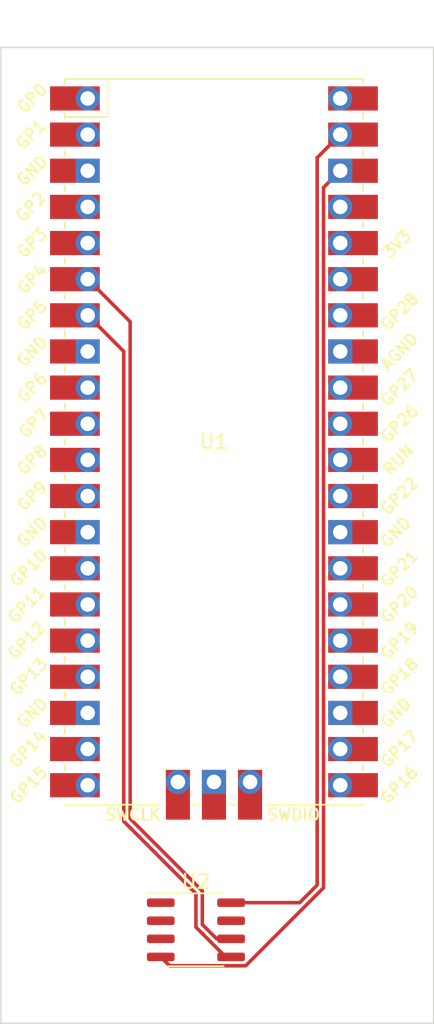
<source format=kicad_pcb>
(kicad_pcb (version 20221018) (generator pcbnew)
  (layers (0 "F.Cu" signal) (31 "B.Cu" signal) (34 "B.Paste" user) (35 "F.Paste" user) (36 "B.SilkS" user "B.Silkscreen") (37 "F.SilkS" user "F.Silkscreen") (38 "B.Mask" user) (39 "F.Mask" user) (44 "Edge.Cuts" user))
  (net 0 "")
  (net 6 "Net-(U1-GPIO4)")
  (net 7 "Net-(U1-GPIO5)")
  (net 38 "Net-(U2-VSS)")
  (net 39 "Net-(U1-VSYS)")
  (net 44 "Earth")
  (footprint "Package_SO:SOIC-8_3.9x4.9mm_P1.27mm" (layer "F.Cu") (at 41.685 79.785)
    (fp_text reference "U2" (at 0 -3.4) (layer "F.SilkS"))
    (fp_text value "24C64 I2C EEPROM")
    (fp_line (start 0 -2.56) (end -3.45 -2.56) (stroke (width 0.12)) (layer "F.SilkS"))
    (fp_line (start 0 -2.56) (end 1.95 -2.56) (stroke (width 0.12)) (layer "F.SilkS"))
    (fp_line (start 0 2.56) (end -1.95 2.56) (stroke (width 0.12)) (layer "F.SilkS"))
    (fp_line (start 0 2.56) (end 1.95 2.56) (stroke (width 0.12)) (layer "F.SilkS"))
    (pad "1" smd roundrect (at -2.475 -1.905) (size 1.95 0.6) (layers "F.Cu" "F.Paste" "F.Mask") (net 44 "Earth"))
    (pad "2" smd roundrect (at -2.475 -0.635) (size 1.95 0.6) (layers "F.Cu" "F.Paste" "F.Mask") (net 44 "Earth"))
    (pad "3" smd roundrect (at -2.475 0.635) (size 1.95 0.6) (layers "F.Cu" "F.Paste" "F.Mask") (net 44 "Earth"))
    (pad "4" smd roundrect (at -2.475 1.905) (size 1.95 0.6) (layers "F.Cu" "F.Paste" "F.Mask") (net 38 "Net-(U2-VSS)"))
    (pad "5" smd roundrect (at 2.475 1.905) (size 1.95 0.6) (layers "F.Cu" "F.Paste" "F.Mask") (net 7 "Net-(U1-GPIO5)"))
    (pad "6" smd roundrect (at 2.475 0.635) (size 1.95 0.6) (layers "F.Cu" "F.Paste" "F.Mask") (net 6 "Net-(U1-GPIO4)"))
    (pad "7" smd roundrect (at 2.475 -0.635) (size 1.95 0.6) (layers "F.Cu" "F.Paste" "F.Mask"))
    (pad "8" smd roundrect (at 2.475 -1.905) (size 1.95 0.6) (layers "F.Cu" "F.Paste" "F.Mask") (net 39 "Net-(U1-VSYS)"))
  )
  (footprint "RPi_Pico:RPi_Pico_SMD_TH" (layer "F.Cu") (at 42.955 45.495)
    (fp_text reference "U1" (at 0 0) (layer "F.SilkS"))
    (fp_text value "PicoW")
    (fp_text user "GP15" (at -13.054 24.13 45) (layer "F.SilkS") (effects (font (size 0.8 0.8))))
    (fp_text user "GP0" (at -12.8 -24.13 45) (layer "F.SilkS") (effects (font (size 0.8 0.8))))
    (fp_text user "GND" (at 12.8 6.35 45) (layer "F.SilkS") (effects (font (size 0.8 0.8))))
    (fp_text user "GP19" (at 13.054 13.97 45) (layer "F.SilkS") (effects (font (size 0.8 0.8))))
    (fp_text user "GND" (at -12.8 6.35 45) (layer "F.SilkS") (effects (font (size 0.8 0.8))))
    (fp_text user "GP3" (at -12.8 -13.97 45) (layer "F.SilkS") (effects (font (size 0.8 0.8))))
    (fp_text user "SWDIO" (at 5.6 26.2) (layer "F.SilkS") (effects (font (size 0.8 0.8))))
    (fp_text user "GP4" (at -12.8 -11.43 45) (layer "F.SilkS") (effects (font (size 0.8 0.8))))
    (fp_text user "GP20" (at 13.054 11.43 45) (layer "F.SilkS") (effects (font (size 0.8 0.8))))
    (fp_text user "AGND" (at 13.054 -6.35 45) (layer "F.SilkS") (effects (font (size 0.8 0.8))))
    (fp_text user "GND" (at -12.8 -19.05 45) (layer "F.SilkS") (effects (font (size 0.8 0.8))))
    (fp_text user "3V3" (at 12.9 -13.9 45) (layer "F.SilkS") (effects (font (size 0.8 0.8))))
    (fp_text user "GND" (at -12.8 19.05 45) (layer "F.SilkS") (effects (font (size 0.8 0.8))))
    (fp_text user "GP5" (at -12.8 -8.89 45) (layer "F.SilkS") (effects (font (size 0.8 0.8))))
    (fp_text user "GP13" (at -13.054 16.51 45) (layer "F.SilkS") (effects (font (size 0.8 0.8))))
    (fp_text user "GP6" (at -12.8 -3.81 45) (layer "F.SilkS") (effects (font (size 0.8 0.8))))
    (fp_text user "GP8" (at -12.8 1.27 45) (layer "F.SilkS") (effects (font (size 0.8 0.8))))
    (fp_text user "GP10" (at -13.054 8.89 45) (layer "F.SilkS") (effects (font (size 0.8 0.8))))
    (fp_text user "SWCLK" (at -5.7 26.2) (layer "F.SilkS") (effects (font (size 0.8 0.8))))
    (fp_text user "GP16" (at 13.054 24.13 45) (layer "F.SilkS") (effects (font (size 0.8 0.8))))
    (fp_text user "GP11" (at -13.2 11.43 45) (layer "F.SilkS") (effects (font (size 0.8 0.8))))
    (fp_text user "GP21" (at 13.054 8.9 45) (layer "F.SilkS") (effects (font (size 0.8 0.8))))
    (fp_text user "GP14" (at -13.1 21.59 45) (layer "F.SilkS") (effects (font (size 0.8 0.8))))
    (fp_text user "GND" (at -12.8 -6.35 45) (layer "F.SilkS") (effects (font (size 0.8 0.8))))
    (fp_text user "GP18" (at 13.054 16.51 45) (layer "F.SilkS") (effects (font (size 0.8 0.8))))
    (fp_text user "GP7" (at -12.7 -1.3 45) (layer "F.SilkS") (effects (font (size 0.8 0.8))))
    (fp_text user "GP27" (at 13.054 -3.8 45) (layer "F.SilkS") (effects (font (size 0.8 0.8))))
    (fp_text user "GP26" (at 13.054 -1.27 45) (layer "F.SilkS") (effects (font (size 0.8 0.8))))
    (fp_text user "GP17" (at 13.054 21.59 45) (layer "F.SilkS") (effects (font (size 0.8 0.8))))
    (fp_text user "GP9" (at -12.8 3.81 45) (layer "F.SilkS") (effects (font (size 0.8 0.8))))
    (fp_text user "GP12" (at -13.2 13.97 45) (layer "F.SilkS") (effects (font (size 0.8 0.8))))
    (fp_text user "GP22" (at 13.054 3.81 45) (layer "F.SilkS") (effects (font (size 0.8 0.8))))
    (fp_text user "GP2" (at -12.9 -16.51 45) (layer "F.SilkS") (effects (font (size 0.8 0.8))))
    (fp_text user "GP1" (at -12.9 -21.6 45) (layer "F.SilkS") (effects (font (size 0.8 0.8))))
    (fp_text user "RUN" (at 13 1.27 45) (layer "F.SilkS") (effects (font (size 0.8 0.8))))
    (fp_text user "GP28" (at 13.054 -9.144 45) (layer "F.SilkS") (effects (font (size 0.8 0.8))))
    (fp_text user "GND" (at 12.8 19.05 45) (layer "F.SilkS") (effects (font (size 0.8 0.8))))
    (fp_line (start -10.5 -25.5) (end -10.5 -25.2) (stroke (width 0.12)) (layer "F.SilkS"))
    (fp_line (start -10.5 -25.5) (end 10.5 -25.5) (stroke (width 0.12)) (layer "F.SilkS"))
    (fp_line (start -10.5 -23.1) (end -10.5 -22.7) (stroke (width 0.12)) (layer "F.SilkS"))
    (fp_line (start -10.5 -22.833) (end -7.493 -22.833) (stroke (width 0.12)) (layer "F.SilkS"))
    (fp_line (start -10.5 -20.5) (end -10.5 -20.1) (stroke (width 0.12)) (layer "F.SilkS"))
    (fp_line (start -10.5 -18) (end -10.5 -17.6) (stroke (width 0.12)) (layer "F.SilkS"))
    (fp_line (start -10.5 -15.4) (end -10.5 -15) (stroke (width 0.12)) (layer "F.SilkS"))
    (fp_line (start -10.5 -12.9) (end -10.5 -12.5) (stroke (width 0.12)) (layer "F.SilkS"))
    (fp_line (start -10.5 -10.4) (end -10.5 -10) (stroke (width 0.12)) (layer "F.SilkS"))
    (fp_line (start -10.5 -7.8) (end -10.5 -7.4) (stroke (width 0.12)) (layer "F.SilkS"))
    (fp_line (start -10.5 -5.3) (end -10.5 -4.9) (stroke (width 0.12)) (layer "F.SilkS"))
    (fp_line (start -10.5 -2.7) (end -10.5 -2.3) (stroke (width 0.12)) (layer "F.SilkS"))
    (fp_line (start -10.5 -0.2) (end -10.5 0.2) (stroke (width 0.12)) (layer "F.SilkS"))
    (fp_line (start -10.5 2.3) (end -10.5 2.7) (stroke (width 0.12)) (layer "F.SilkS"))
    (fp_line (start -10.5 4.9) (end -10.5 5.3) (stroke (width 0.12)) (layer "F.SilkS"))
    (fp_line (start -10.5 7.4) (end -10.5 7.8) (stroke (width 0.12)) (layer "F.SilkS"))
    (fp_line (start -10.5 10) (end -10.5 10.4) (stroke (width 0.12)) (layer "F.SilkS"))
    (fp_line (start -10.5 12.5) (end -10.5 12.9) (stroke (width 0.12)) (layer "F.SilkS"))
    (fp_line (start -10.5 15.1) (end -10.5 15.5) (stroke (width 0.12)) (layer "F.SilkS"))
    (fp_line (start -10.5 17.6) (end -10.5 18) (stroke (width 0.12)) (layer "F.SilkS"))
    (fp_line (start -10.5 20.1) (end -10.5 20.5) (stroke (width 0.12)) (layer "F.SilkS"))
    (fp_line (start -10.5 22.7) (end -10.5 23.1) (stroke (width 0.12)) (layer "F.SilkS"))
    (fp_line (start -7.493 -22.833) (end -7.493 -25.5) (stroke (width 0.12)) (layer "F.SilkS"))
    (fp_line (start -3.7 25.5) (end -10.5 25.5) (stroke (width 0.12)) (layer "F.SilkS"))
    (fp_line (start -1.5 25.5) (end -1.1 25.5) (stroke (width 0.12)) (layer "F.SilkS"))
    (fp_line (start 1.1 25.5) (end 1.5 25.5) (stroke (width 0.12)) (layer "F.SilkS"))
    (fp_line (start 10.5 -25.5) (end 10.5 -25.2) (stroke (width 0.12)) (layer "F.SilkS"))
    (fp_line (start 10.5 -23.1) (end 10.5 -22.7) (stroke (width 0.12)) (layer "F.SilkS"))
    (fp_line (start 10.5 -20.5) (end 10.5 -20.1) (stroke (width 0.12)) (layer "F.SilkS"))
    (fp_line (start 10.5 -18) (end 10.5 -17.6) (stroke (width 0.12)) (layer "F.SilkS"))
    (fp_line (start 10.5 -15.4) (end 10.5 -15) (stroke (width 0.12)) (layer "F.SilkS"))
    (fp_line (start 10.5 -12.9) (end 10.5 -12.5) (stroke (width 0.12)) (layer "F.SilkS"))
    (fp_line (start 10.5 -10.4) (end 10.5 -10) (stroke (width 0.12)) (layer "F.SilkS"))
    (fp_line (start 10.5 -7.8) (end 10.5 -7.4) (stroke (width 0.12)) (layer "F.SilkS"))
    (fp_line (start 10.5 -5.3) (end 10.5 -4.9) (stroke (width 0.12)) (layer "F.SilkS"))
    (fp_line (start 10.5 -2.7) (end 10.5 -2.3) (stroke (width 0.12)) (layer "F.SilkS"))
    (fp_line (start 10.5 -0.2) (end 10.5 0.2) (stroke (width 0.12)) (layer "F.SilkS"))
    (fp_line (start 10.5 2.3) (end 10.5 2.7) (stroke (width 0.12)) (layer "F.SilkS"))
    (fp_line (start 10.5 4.9) (end 10.5 5.3) (stroke (width 0.12)) (layer "F.SilkS"))
    (fp_line (start 10.5 7.4) (end 10.5 7.8) (stroke (width 0.12)) (layer "F.SilkS"))
    (fp_line (start 10.5 10) (end 10.5 10.4) (stroke (width 0.12)) (layer "F.SilkS"))
    (fp_line (start 10.5 12.5) (end 10.5 12.9) (stroke (width 0.12)) (layer "F.SilkS"))
    (fp_line (start 10.5 15.1) (end 10.5 15.5) (stroke (width 0.12)) (layer "F.SilkS"))
    (fp_line (start 10.5 17.6) (end 10.5 18) (stroke (width 0.12)) (layer "F.SilkS"))
    (fp_line (start 10.5 20.1) (end 10.5 20.5) (stroke (width 0.12)) (layer "F.SilkS"))
    (fp_line (start 10.5 22.7) (end 10.5 23.1) (stroke (width 0.12)) (layer "F.SilkS"))
    (fp_line (start 10.5 25.5) (end 3.7 25.5) (stroke (width 0.12)) (layer "F.SilkS"))
    (pad "" np_thru_hole oval (at -2.725 -24) (size 1.8 1.8) (drill 1.8) (layers "*.Cu" "*.Mask"))
    (pad "" np_thru_hole oval (at -2.425 -20.97) (size 1.5 1.5) (drill 1.5) (layers "*.Cu" "*.Mask"))
    (pad "" np_thru_hole oval (at 2.425 -20.97) (size 1.5 1.5) (drill 1.5) (layers "*.Cu" "*.Mask"))
    (pad "" np_thru_hole oval (at 2.725 -24) (size 1.8 1.8) (drill 1.8) (layers "*.Cu" "*.Mask"))
    (pad "1" thru_hole oval (at -8.89 -24.13) (size 1.7 1.7) (drill 1.02) (layers "*.Cu" "*.Mask"))
    (pad "1" smd rect (at -8.89 -24.13) (size 3.5 1.7) (drill (offset -0.9 0)) (layers "F.Cu" "F.Mask"))
    (pad "2" thru_hole oval (at -8.89 -21.59) (size 1.7 1.7) (drill 1.02) (layers "*.Cu" "*.Mask"))
    (pad "2" smd rect (at -8.89 -21.59) (size 3.5 1.7) (drill (offset -0.9 0)) (layers "F.Cu" "F.Mask"))
    (pad "3" thru_hole rect (at -8.89 -19.05) (size 1.7 1.7) (drill 1.02) (layers "*.Cu" "*.Mask"))
    (pad "3" smd rect (at -8.89 -19.05) (size 3.5 1.7) (drill (offset -0.9 0)) (layers "F.Cu" "F.Mask"))
    (pad "4" thru_hole oval (at -8.89 -16.51) (size 1.7 1.7) (drill 1.02) (layers "*.Cu" "*.Mask"))
    (pad "4" smd rect (at -8.89 -16.51) (size 3.5 1.7) (drill (offset -0.9 0)) (layers "F.Cu" "F.Mask"))
    (pad "5" thru_hole oval (at -8.89 -13.97) (size 1.7 1.7) (drill 1.02) (layers "*.Cu" "*.Mask"))
    (pad "5" smd rect (at -8.89 -13.97) (size 3.5 1.7) (drill (offset -0.9 0)) (layers "F.Cu" "F.Mask"))
    (pad "6" thru_hole oval (at -8.89 -11.43) (size 1.7 1.7) (drill 1.02) (layers "*.Cu" "*.Mask") (net 6 "Net-(U1-GPIO4)"))
    (pad "6" smd rect (at -8.89 -11.43) (size 3.5 1.7) (drill (offset -0.9 0)) (layers "F.Cu" "F.Mask") (net 6 "Net-(U1-GPIO4)"))
    (pad "7" thru_hole oval (at -8.89 -8.89) (size 1.7 1.7) (drill 1.02) (layers "*.Cu" "*.Mask") (net 7 "Net-(U1-GPIO5)"))
    (pad "7" smd rect (at -8.89 -8.89) (size 3.5 1.7) (drill (offset -0.9 0)) (layers "F.Cu" "F.Mask") (net 7 "Net-(U1-GPIO5)"))
    (pad "8" thru_hole rect (at -8.89 -6.35) (size 1.7 1.7) (drill 1.02) (layers "*.Cu" "*.Mask"))
    (pad "8" smd rect (at -8.89 -6.35) (size 3.5 1.7) (drill (offset -0.9 0)) (layers "F.Cu" "F.Mask"))
    (pad "9" thru_hole oval (at -8.89 -3.81) (size 1.7 1.7) (drill 1.02) (layers "*.Cu" "*.Mask"))
    (pad "9" smd rect (at -8.89 -3.81) (size 3.5 1.7) (drill (offset -0.9 0)) (layers "F.Cu" "F.Mask"))
    (pad "10" thru_hole oval (at -8.89 -1.27) (size 1.7 1.7) (drill 1.02) (layers "*.Cu" "*.Mask"))
    (pad "10" smd rect (at -8.89 -1.27) (size 3.5 1.7) (drill (offset -0.9 0)) (layers "F.Cu" "F.Mask"))
    (pad "11" thru_hole oval (at -8.89 1.27) (size 1.7 1.7) (drill 1.02) (layers "*.Cu" "*.Mask"))
    (pad "11" smd rect (at -8.89 1.27) (size 3.5 1.7) (drill (offset -0.9 0)) (layers "F.Cu" "F.Mask"))
    (pad "12" thru_hole oval (at -8.89 3.81) (size 1.7 1.7) (drill 1.02) (layers "*.Cu" "*.Mask"))
    (pad "12" smd rect (at -8.89 3.81) (size 3.5 1.7) (drill (offset -0.9 0)) (layers "F.Cu" "F.Mask"))
    (pad "13" thru_hole rect (at -8.89 6.35) (size 1.7 1.7) (drill 1.02) (layers "*.Cu" "*.Mask"))
    (pad "13" smd rect (at -8.89 6.35) (size 3.5 1.7) (drill (offset -0.9 0)) (layers "F.Cu" "F.Mask"))
    (pad "14" thru_hole oval (at -8.89 8.89) (size 1.7 1.7) (drill 1.02) (layers "*.Cu" "*.Mask"))
    (pad "14" smd rect (at -8.89 8.89) (size 3.5 1.7) (drill (offset -0.9 0)) (layers "F.Cu" "F.Mask"))
    (pad "15" thru_hole oval (at -8.89 11.43) (size 1.7 1.7) (drill 1.02) (layers "*.Cu" "*.Mask"))
    (pad "15" smd rect (at -8.89 11.43) (size 3.5 1.7) (drill (offset -0.9 0)) (layers "F.Cu" "F.Mask"))
    (pad "16" thru_hole oval (at -8.89 13.97) (size 1.7 1.7) (drill 1.02) (layers "*.Cu" "*.Mask"))
    (pad "16" smd rect (at -8.89 13.97) (size 3.5 1.7) (drill (offset -0.9 0)) (layers "F.Cu" "F.Mask"))
    (pad "17" thru_hole oval (at -8.89 16.51) (size 1.7 1.7) (drill 1.02) (layers "*.Cu" "*.Mask"))
    (pad "17" smd rect (at -8.89 16.51) (size 3.5 1.7) (drill (offset -0.9 0)) (layers "F.Cu" "F.Mask"))
    (pad "18" thru_hole rect (at -8.89 19.05) (size 1.7 1.7) (drill 1.02) (layers "*.Cu" "*.Mask"))
    (pad "18" smd rect (at -8.89 19.05) (size 3.5 1.7) (drill (offset -0.9 0)) (layers "F.Cu" "F.Mask"))
    (pad "19" thru_hole oval (at -8.89 21.59) (size 1.7 1.7) (drill 1.02) (layers "*.Cu" "*.Mask"))
    (pad "19" smd rect (at -8.89 21.59) (size 3.5 1.7) (drill (offset -0.9 0)) (layers "F.Cu" "F.Mask"))
    (pad "20" thru_hole oval (at -8.89 24.13) (size 1.7 1.7) (drill 1.02) (layers "*.Cu" "*.Mask"))
    (pad "20" smd rect (at -8.89 24.13) (size 3.5 1.7) (drill (offset -0.9 0)) (layers "F.Cu" "F.Mask"))
    (pad "21" thru_hole oval (at 8.89 24.13) (size 1.7 1.7) (drill 1.02) (layers "*.Cu" "*.Mask"))
    (pad "21" smd rect (at 8.89 24.13) (size 3.5 1.7) (drill (offset 0.9 0)) (layers "F.Cu" "F.Mask"))
    (pad "22" thru_hole oval (at 8.89 21.59) (size 1.7 1.7) (drill 1.02) (layers "*.Cu" "*.Mask"))
    (pad "22" smd rect (at 8.89 21.59) (size 3.5 1.7) (drill (offset 0.9 0)) (layers "F.Cu" "F.Mask"))
    (pad "23" thru_hole rect (at 8.89 19.05) (size 1.7 1.7) (drill 1.02) (layers "*.Cu" "*.Mask"))
    (pad "23" smd rect (at 8.89 19.05) (size 3.5 1.7) (drill (offset 0.9 0)) (layers "F.Cu" "F.Mask"))
    (pad "24" thru_hole oval (at 8.89 16.51) (size 1.7 1.7) (drill 1.02) (layers "*.Cu" "*.Mask"))
    (pad "24" smd rect (at 8.89 16.51) (size 3.5 1.7) (drill (offset 0.9 0)) (layers "F.Cu" "F.Mask"))
    (pad "25" thru_hole oval (at 8.89 13.97) (size 1.7 1.7) (drill 1.02) (layers "*.Cu" "*.Mask"))
    (pad "25" smd rect (at 8.89 13.97) (size 3.5 1.7) (drill (offset 0.9 0)) (layers "F.Cu" "F.Mask"))
    (pad "26" thru_hole oval (at 8.89 11.43) (size 1.7 1.7) (drill 1.02) (layers "*.Cu" "*.Mask"))
    (pad "26" smd rect (at 8.89 11.43) (size 3.5 1.7) (drill (offset 0.9 0)) (layers "F.Cu" "F.Mask"))
    (pad "27" thru_hole oval (at 8.89 8.89) (size 1.7 1.7) (drill 1.02) (layers "*.Cu" "*.Mask"))
    (pad "27" smd rect (at 8.89 8.89) (size 3.5 1.7) (drill (offset 0.9 0)) (layers "F.Cu" "F.Mask"))
    (pad "28" thru_hole rect (at 8.89 6.35) (size 1.7 1.7) (drill 1.02) (layers "*.Cu" "*.Mask"))
    (pad "28" smd rect (at 8.89 6.35) (size 3.5 1.7) (drill (offset 0.9 0)) (layers "F.Cu" "F.Mask"))
    (pad "29" thru_hole oval (at 8.89 3.81) (size 1.7 1.7) (drill 1.02) (layers "*.Cu" "*.Mask"))
    (pad "29" smd rect (at 8.89 3.81) (size 3.5 1.7) (drill (offset 0.9 0)) (layers "F.Cu" "F.Mask"))
    (pad "30" thru_hole oval (at 8.89 1.27) (size 1.7 1.7) (drill 1.02) (layers "*.Cu" "*.Mask"))
    (pad "30" smd rect (at 8.89 1.27) (size 3.5 1.7) (drill (offset 0.9 0)) (layers "F.Cu" "F.Mask"))
    (pad "31" thru_hole oval (at 8.89 -1.27) (size 1.7 1.7) (drill 1.02) (layers "*.Cu" "*.Mask"))
    (pad "31" smd rect (at 8.89 -1.27) (size 3.5 1.7) (drill (offset 0.9 0)) (layers "F.Cu" "F.Mask"))
    (pad "32" thru_hole oval (at 8.89 -3.81) (size 1.7 1.7) (drill 1.02) (layers "*.Cu" "*.Mask"))
    (pad "32" smd rect (at 8.89 -3.81) (size 3.5 1.7) (drill (offset 0.9 0)) (layers "F.Cu" "F.Mask"))
    (pad "33" thru_hole rect (at 8.89 -6.35) (size 1.7 1.7) (drill 1.02) (layers "*.Cu" "*.Mask"))
    (pad "33" smd rect (at 8.89 -6.35) (size 3.5 1.7) (drill (offset 0.9 0)) (layers "F.Cu" "F.Mask"))
    (pad "34" thru_hole oval (at 8.89 -8.89) (size 1.7 1.7) (drill 1.02) (layers "*.Cu" "*.Mask"))
    (pad "34" smd rect (at 8.89 -8.89) (size 3.5 1.7) (drill (offset 0.9 0)) (layers "F.Cu" "F.Mask"))
    (pad "35" thru_hole oval (at 8.89 -11.43) (size 1.7 1.7) (drill 1.02) (layers "*.Cu" "*.Mask"))
    (pad "35" smd rect (at 8.89 -11.43) (size 3.5 1.7) (drill (offset 0.9 0)) (layers "F.Cu" "F.Mask"))
    (pad "36" thru_hole oval (at 8.89 -13.97) (size 1.7 1.7) (drill 1.02) (layers "*.Cu" "*.Mask"))
    (pad "36" smd rect (at 8.89 -13.97) (size 3.5 1.7) (drill (offset 0.9 0)) (layers "F.Cu" "F.Mask"))
    (pad "37" thru_hole oval (at 8.89 -16.51) (size 1.7 1.7) (drill 1.02) (layers "*.Cu" "*.Mask"))
    (pad "37" smd rect (at 8.89 -16.51) (size 3.5 1.7) (drill (offset 0.9 0)) (layers "F.Cu" "F.Mask"))
    (pad "38" thru_hole rect (at 8.89 -19.05) (size 1.7 1.7) (drill 1.02) (layers "*.Cu" "*.Mask") (net 38 "Net-(U2-VSS)"))
    (pad "38" smd rect (at 8.89 -19.05) (size 3.5 1.7) (drill (offset 0.9 0)) (layers "F.Cu" "F.Mask") (net 38 "Net-(U2-VSS)"))
    (pad "39" thru_hole oval (at 8.89 -21.59) (size 1.7 1.7) (drill 1.02) (layers "*.Cu" "*.Mask") (net 39 "Net-(U1-VSYS)"))
    (pad "39" smd rect (at 8.89 -21.59) (size 3.5 1.7) (drill (offset 0.9 0)) (layers "F.Cu" "F.Mask") (net 39 "Net-(U1-VSYS)"))
    (pad "40" thru_hole oval (at 8.89 -24.13) (size 1.7 1.7) (drill 1.02) (layers "*.Cu" "*.Mask"))
    (pad "40" smd rect (at 8.89 -24.13) (size 3.5 1.7) (drill (offset 0.9 0)) (layers "F.Cu" "F.Mask"))
    (pad "41" thru_hole oval (at -2.54 23.9) (size 1.7 1.7) (drill 1.02) (layers "*.Cu" "*.Mask"))
    (pad "41" smd rect (at -2.54 23.9 90) (size 3.5 1.7) (drill (offset -0.9 0)) (layers "F.Cu" "F.Mask"))
    (pad "42" thru_hole rect (at 0 23.9) (size 1.7 1.7) (drill 1.02) (layers "*.Cu" "*.Mask"))
    (pad "42" smd rect (at 0 23.9 90) (size 3.5 1.7) (drill (offset -0.9 0)) (layers "F.Cu" "F.Mask"))
    (pad "43" thru_hole oval (at 2.54 23.9) (size 1.7 1.7) (drill 1.02) (layers "*.Cu" "*.Mask"))
    (pad "43" smd rect (at 2.54 23.9 90) (size 3.5 1.7) (drill (offset -0.9 0)) (layers "F.Cu" "F.Mask"))
  )
  (gr_line (start 58.42 86.36) (end 58.42 17.78) (stroke (width 0.1)) (layer "Edge.Cuts"))
  (gr_line (start 58.42 17.78) (end 27.94 17.78) (stroke (width 0.1)) (layer "Edge.Cuts"))
  (gr_line (start 27.94 86.36) (end 58.42 86.36) (stroke (width 0.1)) (layer "Edge.Cuts"))
  (gr_line (start 27.94 17.78) (end 27.94 86.36) (stroke (width 0.1)) (layer "Edge.Cuts"))
  (segment (start 44.16 80.42) (end 43.145488 80.42) (width 0.25) (layer "F.Cu") (net 6))
  (segment (start 42.135 79.409512) (end 42.135 77.058604) (width 0.25) (layer "F.Cu") (net 6))
  (segment (start 43.145488 80.42) (end 42.135 79.409512) (width 0.25) (layer "F.Cu") (net 6))
  (segment (start 37.055 37.055) (end 34.065 34.065) (width 0.25) (layer "F.Cu") (net 6))
  (segment (start 42.135 77.058604) (end 37.055 71.978604) (width 0.25) (layer "F.Cu") (net 6))
  (segment (start 37.055 71.978604) (end 37.055 37.055) (width 0.25) (layer "F.Cu") (net 6))
  (segment (start 43.779092 81.69) (end 41.685 79.595908) (width 0.25) (layer "F.Cu") (net 7))
  (segment (start 36.605 39.145) (end 34.065 36.605) (width 0.25) (layer "F.Cu") (net 7))
  (segment (start 36.605 72.165) (end 36.605 39.145) (width 0.25) (layer "F.Cu") (net 7))
  (segment (start 44.16 81.69) (end 43.779092 81.69) (width 0.25) (layer "F.Cu") (net 7))
  (segment (start 41.685 79.595908) (end 41.685 77.245) (width 0.25) (layer "F.Cu") (net 7))
  (segment (start 41.685 77.245) (end 36.605 72.165) (width 0.25) (layer "F.Cu") (net 7))
  (segment (start 39.21 81.69) (end 39.835 82.315) (width 0.25) (layer "F.Cu") (net 38))
  (segment (start 50.67 76.830908) (end 50.67 27.62) (width 0.25) (layer "F.Cu") (net 38))
  (segment (start 50.67 27.62) (end 51.845 26.445) (width 0.25) (layer "F.Cu") (net 38))
  (segment (start 39.835 82.315) (end 45.185908 82.315) (width 0.25) (layer "F.Cu") (net 38))
  (segment (start 45.185908 82.315) (end 50.67 76.830908) (width 0.25) (layer "F.Cu") (net 38))
  (segment (start 44.16 77.88) (end 48.984512 77.88) (width 0.25) (layer "F.Cu") (net 39))
  (segment (start 50.22 76.644512) (end 50.22 25.53) (width 0.25) (layer "F.Cu") (net 39))
  (segment (start 50.22 25.53) (end 51.845 23.905) (width 0.25) (layer "F.Cu") (net 39))
  (segment (start 48.984512 77.88) (end 50.22 76.644512) (width 0.25) (layer "F.Cu") (net 39))
)
</source>
